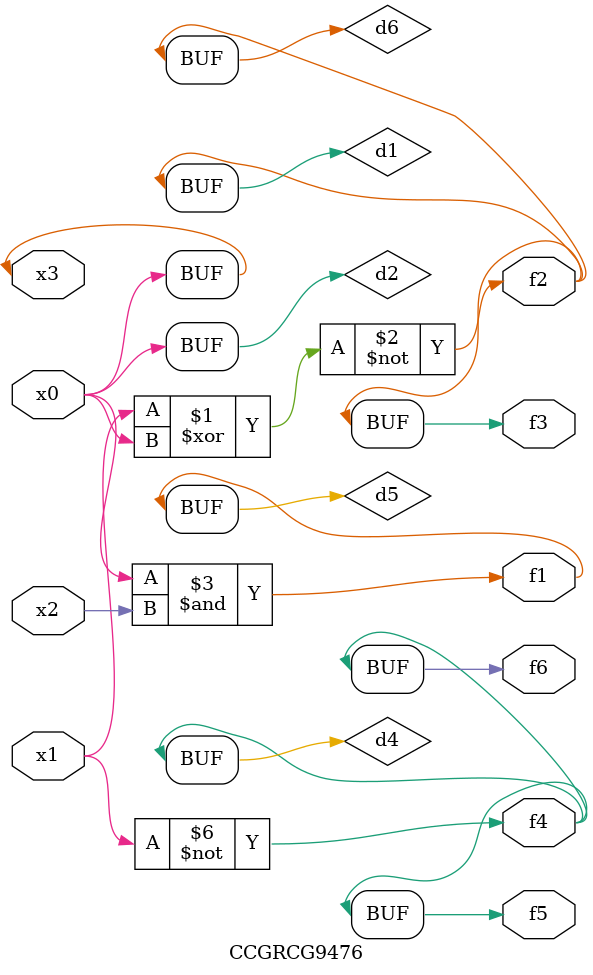
<source format=v>
module CCGRCG9476(
	input x0, x1, x2, x3,
	output f1, f2, f3, f4, f5, f6
);

	wire d1, d2, d3, d4, d5, d6;

	xnor (d1, x1, x3);
	buf (d2, x0, x3);
	nand (d3, x0, x2);
	not (d4, x1);
	nand (d5, d3);
	or (d6, d1);
	assign f1 = d5;
	assign f2 = d6;
	assign f3 = d6;
	assign f4 = d4;
	assign f5 = d4;
	assign f6 = d4;
endmodule

</source>
